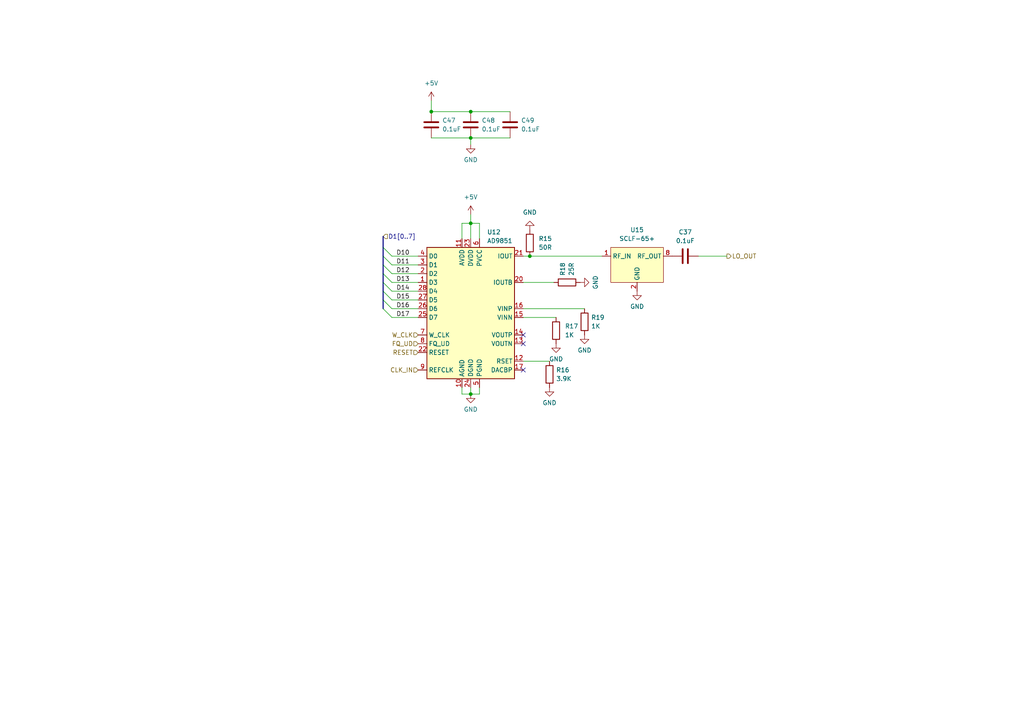
<source format=kicad_sch>
(kicad_sch (version 20230121) (generator eeschema)
  (paper "A4")
  (lib_symbols
    (symbol "Device:C" (pin_numbers hide) (pin_names (offset 0.254))
      (property "Reference" "C" (at 0.635 2.54 0))
      (property "Value" "C" (at 0.635 -2.54 0))
      (symbol "C_0_1"
        (polyline (pts (xy -2.032 -0.762) (xy 2.032 -0.762)) (stroke (width 0.508)))
        (polyline (pts (xy -2.032 0.762) (xy 2.032 0.762)) (stroke (width 0.508)))
      )
      (symbol "C_1_1"
        (pin passive line (at 0 3.81 270) (length 2.794) (name "~") (number "1"))
        (pin passive line (at 0 -3.81 90) (length 2.794) (name "~") (number "2"))
      )
    )
    (symbol "Device:R" (pin_numbers hide) (pin_names (offset 0))
      (property "Reference" "R" (at 2.032 0 90))
      (property "Value" "R" (at 0 0 90))
      (symbol "R_0_1"
        (rectangle (start -1.016 -2.54) (end 1.016 2.54) (stroke (width 0.254)))
      )
      (symbol "R_1_1"
        (pin passive line (at 0 3.81 270) (length 1.27) (name "~") (number "1"))
        (pin passive line (at 0 -3.81 90) (length 1.27) (name "~") (number "2"))
      )
    )
    (symbol "Interface:AD9851"
      (property "Reference" "U" (at -12.7 19.05 0))
      (property "Value" "AD9851" (at 12.7 19.05 0))
      (symbol "AD9851_0_1"
        (rectangle (start -12.7 17.78) (end 12.7 -20.32) (stroke (width 0.254)) (fill (type background)))
      )
      (symbol "AD9851_1_1"
        (pin input line (at -15.24 7.62 0) (length 2.54) (name "D3") (number "1"))
        (pin power_in line (at -2.54 -22.86 90) (length 2.54) (name "AGND") (number "10"))
        (pin power_in line (at -2.54 20.32 270) (length 2.54) (name "AVDD") (number "11"))
        (pin passive line (at 15.24 -15.24 180) (length 2.54) (name "RSET") (number "12"))
        (pin output line (at 15.24 -10.16 180) (length 2.54) (name "VOUTN") (number "13"))
        (pin output line (at 15.24 -7.62 180) (length 2.54) (name "VOUTP") (number "14"))
        (pin input line (at 15.24 -2.54 180) (length 2.54) (name "VINN") (number "15"))
        (pin input line (at 15.24 0 180) (length 2.54) (name "VINP") (number "16"))
        (pin passive line (at 15.24 -17.78 180) (length 2.54) (name "DACBP") (number "17"))
        (pin passive line (at -2.54 20.32 270) (length 2.54) hide (name "AVDD") (number "18"))
        (pin passive line (at -2.54 -22.86 90) (length 2.54) hide (name "AGND") (number "19"))
        (pin input line (at -15.24 10.16 0) (length 2.54) (name "D2") (number "2"))
        (pin output line (at 15.24 7.62 180) (length 2.54) (name "IOUTB") (number "20"))
        (pin output line (at 15.24 15.24 180) (length 2.54) (name "IOUT") (number "21"))
        (pin input line (at -15.24 -12.7 0) (length 2.54) (name "RESET") (number "22"))
        (pin power_in line (at 0 20.32 270) (length 2.54) (name "DVDD") (number "23"))
        (pin power_in line (at 0 -22.86 90) (length 2.54) (name "DGND") (number "24"))
        (pin input line (at -15.24 -2.54 0) (length 2.54) (name "D7") (number "25"))
        (pin input line (at -15.24 0 0) (length 2.54) (name "D6") (number "26"))
        (pin input line (at -15.24 2.54 0) (length 2.54) (name "D5") (number "27"))
        (pin input line (at -15.24 5.08 0) (length 2.54) (name "D4") (number "28"))
        (pin input line (at -15.24 12.7 0) (length 2.54) (name "D1") (number "3"))
        (pin input line (at -15.24 15.24 0) (length 2.54) (name "D0") (number "4"))
        (pin power_in line (at 2.54 -22.86 90) (length 2.54) (name "PGND") (number "5"))
        (pin power_in line (at 2.54 20.32 270) (length 2.54) (name "PVCC") (number "6"))
        (pin input line (at -15.24 -7.62 0) (length 2.54) (name "W_CLK") (number "7"))
        (pin input line (at -15.24 -10.16 0) (length 2.54) (name "FQ_UD") (number "8"))
        (pin input line (at -15.24 -17.78 0) (length 2.54) (name "REFCLK") (number "9"))
      )
    )
    (symbol "SCLF-65+:SCLF-65+"
      (property "Reference" "U" (at 0 8.255 0))
      (property "Value" "SCLF-65+" (at 0 6.35 0))
      (symbol "SCLF-65+_1_1"
        (rectangle (start -7.62 5.08) (end 7.62 -5.08) (fill (type background)))
        (pin input line (at -10.16 2.54 0) (length 2.54) (name "RF_IN") (number "1"))
        (pin power_in line (at 0 -7.62 90) (length 2.54) (name "GND") (number "2"))
        (pin power_in line (at 0 -7.62 90) (length 2.54) hide (name "GND") (number "3"))
        (pin power_in line (at 0 -7.62 90) (length 2.54) hide (name "GND") (number "4"))
        (pin power_in line (at 0 -7.62 90) (length 2.54) hide (name "GND") (number "5"))
        (pin power_in line (at 0 -7.62 90) (length 2.54) hide (name "GND") (number "6"))
        (pin power_in line (at 0 -7.62 90) (length 2.54) hide (name "GND") (number "7"))
        (pin output line (at 10.16 2.54 180) (length 2.54) (name "RF_OUT") (number "8"))
      )
    )
    (symbol "power:+5V" (power) (pin_names (offset 0))
      (property "Value" "+5V" (at 0 3.556 0))
      (symbol "+5V_0_1"
        (polyline (pts (xy -0.762 1.27) (xy 0 2.54)))
        (polyline (pts (xy 0 0) (xy 0 2.54)))
        (polyline (pts (xy 0 2.54) (xy 0.762 1.27)))
      )
      (symbol "+5V_1_1"
        (pin power_in line (at 0 0 90) (length 0) hide (name "+5V") (number "1"))
      )
    )
    (symbol "power:GND" (power) (pin_names (offset 0))
      (property "Value" "GND" (at 0 -3.81 0))
      (symbol "GND_0_1"
        (polyline (pts (xy 0 0) (xy 0 -1.27) (xy 1.27 -1.27) (xy 0 -2.54) (xy -1.27 -1.27) (xy 0 -1.27)))
      )
      (symbol "GND_1_1"
        (pin power_in line (at 0 0 270) (length 0) hide (name "GND") (number "1"))
      )
    )
  )
  (junction (at 136.525 114.3))
  (junction (at 153.67 74.295))
  (junction (at 136.525 64.77))
  (junction (at 136.525 40.005))
  (junction (at 125.095 32.385))
  (junction (at 136.525 32.385))
  (no_connect (at 151.765 97.155))
  (no_connect (at 151.765 99.695))
  (no_connect (at 151.765 107.315))
  (bus_entry (at 111.125 89.535) (size 2.54 2.54))
  (bus_entry (at 111.125 74.295) (size 2.54 2.54))
  (bus_entry (at 111.125 76.835) (size 2.54 2.54))
  (bus_entry (at 111.125 79.375) (size 2.54 2.54))
  (bus_entry (at 111.125 86.995) (size 2.54 2.54))
  (bus_entry (at 111.125 71.755) (size 2.54 2.54))
  (bus_entry (at 111.125 81.915) (size 2.54 2.54))
  (bus_entry (at 111.125 84.455) (size 2.54 2.54))
  (wire (pts (xy 113.665 79.375) (xy 121.285 79.375)))
  (bus (pts (xy 111.125 71.755) (xy 111.125 74.295)))
  (wire (pts (xy 139.065 114.3) (xy 136.525 114.3)))
  (bus (pts (xy 111.125 74.295) (xy 111.125 76.835)))
  (bus (pts (xy 111.125 79.375) (xy 111.125 81.915)))
  (wire (pts (xy 125.095 40.005) (xy 136.525 40.005)))
  (wire (pts (xy 136.525 40.005) (xy 147.955 40.005)))
  (wire (pts (xy 133.985 114.3) (xy 136.525 114.3)))
  (wire (pts (xy 139.065 69.215) (xy 139.065 64.77)))
  (bus (pts (xy 111.125 68.58) (xy 111.125 71.755)))
  (wire (pts (xy 136.525 40.005) (xy 136.525 41.91)))
  (wire (pts (xy 202.565 74.295) (xy 210.82 74.295)))
  (wire (pts (xy 113.665 74.295) (xy 121.285 74.295)))
  (wire (pts (xy 151.765 104.775) (xy 159.385 104.775)))
  (wire (pts (xy 133.985 69.215) (xy 133.985 64.77)))
  (wire (pts (xy 151.765 89.535) (xy 169.545 89.535)))
  (wire (pts (xy 136.525 64.77) (xy 139.065 64.77)))
  (wire (pts (xy 136.525 112.395) (xy 136.525 114.3)))
  (bus (pts (xy 111.125 86.995) (xy 111.125 89.535)))
  (wire (pts (xy 136.525 62.23) (xy 136.525 64.77)))
  (wire (pts (xy 125.095 32.385) (xy 136.525 32.385)))
  (wire (pts (xy 151.765 92.075) (xy 161.29 92.075)))
  (wire (pts (xy 139.065 112.395) (xy 139.065 114.3)))
  (wire (pts (xy 151.765 81.915) (xy 160.655 81.915)))
  (wire (pts (xy 136.525 64.77) (xy 136.525 69.215)))
  (wire (pts (xy 113.665 81.915) (xy 121.285 81.915)))
  (wire (pts (xy 113.665 76.835) (xy 121.285 76.835)))
  (bus (pts (xy 111.125 76.835) (xy 111.125 79.375)))
  (wire (pts (xy 125.095 29.21) (xy 125.095 32.385)))
  (wire (pts (xy 113.665 84.455) (xy 121.285 84.455)))
  (wire (pts (xy 153.67 74.295) (xy 174.625 74.295)))
  (wire (pts (xy 113.665 92.075) (xy 121.285 92.075)))
  (wire (pts (xy 133.985 112.395) (xy 133.985 114.3)))
  (wire (pts (xy 151.765 74.295) (xy 153.67 74.295)))
  (wire (pts (xy 136.525 32.385) (xy 147.955 32.385)))
  (wire (pts (xy 113.665 89.535) (xy 121.285 89.535)))
  (bus (pts (xy 111.125 84.455) (xy 111.125 86.995)))
  (wire (pts (xy 136.525 64.77) (xy 133.985 64.77)))
  (wire (pts (xy 113.665 86.995) (xy 121.285 86.995)))
  (bus (pts (xy 111.125 81.915) (xy 111.125 84.455)))
  (label "D10" (at 114.935 74.295 0))
  (label "D15" (at 114.935 86.995 0))
  (label "D13" (at 114.935 81.915 0))
  (label "D14" (at 114.935 84.455 0))
  (label "D12" (at 114.935 79.375 0))
  (label "D16" (at 114.935 89.535 0))
  (label "D11" (at 114.935 76.835 0))
  (label "D17" (at 114.935 92.075 0))
  (hierarchical_label "RESET" (shape input) (at 121.285 102.235 180))
  (hierarchical_label "FQ_UD" (shape input) (at 121.285 99.695 180))
  (hierarchical_label "D1[0..7]" (shape input) (at 111.125 68.58 0))
  (hierarchical_label "CLK_IN" (shape input) (at 121.285 107.315 180))
  (hierarchical_label "W_CLK" (shape input) (at 121.285 97.155 180))
  (hierarchical_label "LO_OUT" (shape output) (at 210.82 74.295 0))
  (symbol (lib_id "Interface:AD9851") (at 136.525 89.535 0) (unit 1)
    (property "Reference" "U12" (at 141.2591 67.31 0) (effects (justify left)))
    (property "Value" "AD9851" (at 141.2591 69.85 0) (effects (justify left)))
    (property "Footprint" "Package_SO:SSOP-28_5.3x10.2mm_P0.65mm" (effects hide))
    (property "Datasheet" "https://www.analog.com/media/en/technical-documentation/data-sheets/AD9851.pdf" (effects hide))
    (instances (project "analog_frontend" (path "" (reference "U12") (unit 1)) (path "" (reference "U14") (unit 1)) (path "" (reference "U17") (unit 1))))
  )
  (symbol (lib_id "Device:R") (at 161.29 95.885 0) (unit 1)
    (property "Reference" "R17" (at 163.83 94.615 0) (effects (justify left)))
    (property "Value" "1K" (at 163.83 97.155 0) (effects (justify left)))
    (property "Footprint" "Resistor_SMD:R_0805_2012Metric" (effects hide))
    (instances (project "analog_frontend" (path "" (reference "R17") (unit 1)) (path "" (reference "R22") (unit 1))))
  )
  (symbol (lib_id "Device:C") (at 136.525 36.195 180) (unit 1)
    (property "Reference" "C48" (at 139.7 34.925 0) (effects (justify right)))
    (property "Value" "0.1uF" (at 139.7 37.465 0) (effects (justify right)))
    (property "Footprint" "Capacitor_SMD:C_0805_2012Metric" (effects hide))
    (instances (project "analog_frontend" (path "" (reference "C48") (unit 1)) (path "" (reference "C54") (unit 1))))
  )
  (symbol (lib_id "power:+5V") (at 136.525 62.23 0) (unit 1)
    (property "Reference" "#PWR084" (effects hide))
    (property "Value" "+5V" (at 136.525 57.15 0))
    (instances (project "analog_frontend" (path "" (reference "#PWR084") (unit 1)) (path "" (reference "#PWR099") (unit 1))))
  )
  (symbol (lib_id "Device:R") (at 159.385 108.585 0) (unit 1)
    (property "Reference" "R16" (at 161.29 107.315 0) (effects (justify left)))
    (property "Value" "3.9K" (at 161.29 109.855 0) (effects (justify left)))
    (property "Footprint" "Resistor_SMD:R_0805_2012Metric" (effects hide))
    (instances (project "analog_frontend" (path "" (reference "R16") (unit 1)) (path "" (reference "R21") (unit 1))))
  )
  (symbol (lib_id "power:GND") (at 161.29 99.695 0) (unit 1)
    (property "Reference" "#PWR088" (effects hide))
    (property "Value" "GND" (at 161.29 104.14 0))
    (instances (project "analog_frontend" (path "" (reference "#PWR088") (unit 1)) (path "" (reference "#PWR0103") (unit 1))))
  )
  (symbol (lib_id "power:+5V") (at 125.095 29.21 0) (unit 1)
    (property "Reference" "#PWR082" (effects hide))
    (property "Value" "+5V" (at 125.095 24.13 0))
    (instances (project "analog_frontend" (path "" (reference "#PWR082") (unit 1)) (path "" (reference "#PWR097") (unit 1))))
  )
  (symbol (lib_id "power:GND") (at 136.525 114.3 0) (unit 1)
    (property "Reference" "#PWR085" (effects hide))
    (property "Value" "GND" (at 136.525 118.745 0))
    (instances (project "analog_frontend" (path "" (reference "#PWR085") (unit 1)) (path "" (reference "#PWR0100") (unit 1))))
  )
  (symbol (lib_id "power:GND") (at 169.545 97.155 0) (unit 1)
    (property "Reference" "#PWR090" (effects hide))
    (property "Value" "GND" (at 169.545 101.6 0))
    (instances (project "analog_frontend" (path "" (reference "#PWR090") (unit 1)) (path "" (reference "#PWR0105") (unit 1))))
  )
  (symbol (lib_id "Device:R") (at 164.465 81.915 90) (unit 1)
    (property "Reference" "R18" (at 163.195 80.01 0) (effects (justify left)))
    (property "Value" "25R" (at 165.735 80.01 0) (effects (justify left)))
    (property "Footprint" "Resistor_SMD:R_0805_2012Metric" (effects hide))
    (instances (project "analog_frontend" (path "" (reference "R18") (unit 1)) (path "" (reference "R23") (unit 1))))
  )
  (symbol (lib_id "Device:R") (at 169.545 93.345 0) (unit 1)
    (property "Reference" "R19" (at 171.45 92.075 0) (effects (justify left)))
    (property "Value" "1K" (at 171.45 94.615 0) (effects (justify left)))
    (property "Footprint" "Resistor_SMD:R_0805_2012Metric" (effects hide))
    (instances (project "analog_frontend" (path "" (reference "R19") (unit 1)) (path "" (reference "R24") (unit 1))))
  )
  (symbol (lib_id "Device:R") (at 153.67 70.485 0) (unit 1)
    (property "Reference" "R15" (at 156.21 69.215 0) (effects (justify left)))
    (property "Value" "50R" (at 156.21 71.755 0) (effects (justify left)))
    (property "Footprint" "Resistor_SMD:R_0603_1608Metric_Pad0.98x0.95mm_HandSolder" (effects hide))
    (instances (project "analog_frontend" (path "" (reference "R15") (unit 1)) (path "" (reference "R20") (unit 1))))
  )
  (symbol (lib_id "SCLF-65+:SCLF-65+") (at 184.785 76.835 0) (unit 1)
    (property "Reference" "U15" (at 184.785 66.675 0))
    (property "Value" "SCLF-65+" (at 184.785 69.215 0))
    (property "Footprint" "footprints:SCLF65" (effects hide))
    (instances (project "analog_frontend" (path "" (reference "U15") (unit 1)) (path "" (reference "U18") (unit 1))))
  )
  (symbol (lib_id "Device:C") (at 198.755 74.295 90) (unit 1)
    (property "Reference" "C37" (at 198.755 67.31 90))
    (property "Value" "0.1uF" (at 198.755 69.85 90))
    (property "Footprint" "Capacitor_SMD:C_0805_2012Metric" (effects hide))
    (instances (project "analog_frontend" (path "" (reference "C37") (unit 1)) (path "" (reference "C36") (unit 1)) (path "" (reference "C50") (unit 1)) (path "" (reference "C56") (unit 1))))
  )
  (symbol (lib_id "Device:C") (at 125.095 36.195 0) (unit 1)
    (property "Reference" "C47" (at 128.27 34.925 0) (effects (justify left)))
    (property "Value" "0.1uF" (at 128.27 37.465 0) (effects (justify left)))
    (property "Footprint" "Capacitor_SMD:C_0805_2012Metric" (effects hide))
    (instances (project "analog_frontend" (path "" (reference "C47") (unit 1)) (path "" (reference "C53") (unit 1))))
  )
  (symbol (lib_id "power:GND") (at 159.385 112.395 0) (unit 1)
    (property "Reference" "#PWR087" (effects hide))
    (property "Value" "GND" (at 159.385 116.84 0))
    (instances (project "analog_frontend" (path "" (reference "#PWR087") (unit 1)) (path "" (reference "#PWR0102") (unit 1))))
  )
  (symbol (lib_id "power:GND") (at 184.785 84.455 0) (unit 1)
    (property "Reference" "#PWR091" (effects hide))
    (property "Value" "GND" (at 184.785 88.9 0))
    (instances (project "analog_frontend" (path "" (reference "#PWR091") (unit 1)) (path "" (reference "#PWR0106") (unit 1))))
  )
  (symbol (lib_id "Device:C") (at 147.955 36.195 180) (unit 1)
    (property "Reference" "C49" (at 151.13 34.925 0) (effects (justify right)))
    (property "Value" "0.1uF" (at 151.13 37.465 0) (effects (justify right)))
    (property "Footprint" "Capacitor_SMD:C_0805_2012Metric" (effects hide))
    (instances (project "analog_frontend" (path "" (reference "C49") (unit 1)) (path "" (reference "C55") (unit 1))))
  )
  (symbol (lib_id "power:GND") (at 168.275 81.915 90) (unit 1)
    (property "Reference" "#PWR089" (effects hide))
    (property "Value" "GND" (at 172.72 81.915 0))
    (instances (project "analog_frontend" (path "" (reference "#PWR089") (unit 1)) (path "" (reference "#PWR0104") (unit 1))))
  )
  (symbol (lib_id "power:GND") (at 136.525 41.91 0) (unit 1)
    (property "Reference" "#PWR083" (effects hide))
    (property "Value" "GND" (at 136.525 46.355 0))
    (instances (project "analog_frontend" (path "" (reference "#PWR083") (unit 1)) (path "" (reference "#PWR098") (unit 1))))
  )
  (symbol (lib_id "power:GND") (at 153.67 66.675 180) (unit 1)
    (property "Reference" "#PWR086" (effects hide))
    (property "Value" "GND" (at 153.67 61.595 0))
    (instances (project "analog_frontend" (path "" (reference "#PWR086") (unit 1)) (path "" (reference "#PWR0101") (unit 1))))
  )
)
</source>
